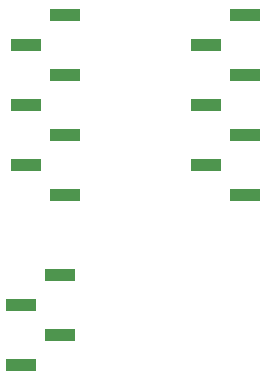
<source format=gbr>
%TF.GenerationSoftware,KiCad,Pcbnew,(6.0.4)*%
%TF.CreationDate,2022-11-04T10:04:38-04:00*%
%TF.ProjectId,controller board,636f6e74-726f-46c6-9c65-7220626f6172,rev?*%
%TF.SameCoordinates,Original*%
%TF.FileFunction,Paste,Bot*%
%TF.FilePolarity,Positive*%
%FSLAX46Y46*%
G04 Gerber Fmt 4.6, Leading zero omitted, Abs format (unit mm)*
G04 Created by KiCad (PCBNEW (6.0.4)) date 2022-11-04 10:04:38*
%MOMM*%
%LPD*%
G01*
G04 APERTURE LIST*
%ADD10R,2.510000X1.000000*%
G04 APERTURE END LIST*
D10*
%TO.C,J7*%
X110345000Y-80810000D03*
X113655000Y-78270000D03*
X110345000Y-75730000D03*
X113655000Y-73190000D03*
%TD*%
%TO.C,U3*%
X129275000Y-51187500D03*
X125965000Y-53727500D03*
X129275000Y-56267500D03*
X125965000Y-58807500D03*
X129275000Y-61347500D03*
X125965000Y-63887500D03*
X129275000Y-66427500D03*
X114035000Y-66427500D03*
X110725000Y-63887500D03*
X114035000Y-61347500D03*
X110725000Y-58807500D03*
X114035000Y-56267500D03*
X110725000Y-53727500D03*
X114035000Y-51187500D03*
%TD*%
M02*

</source>
